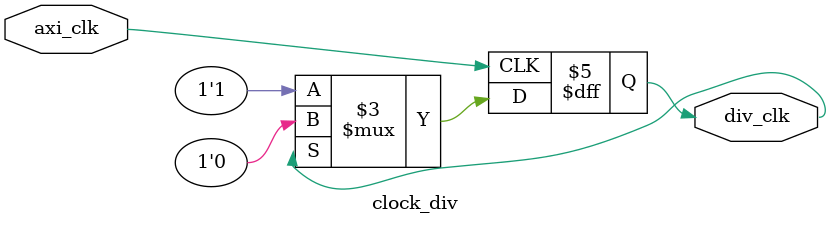
<source format=v>
`timescale 1ns / 1ps

module clock_div(
    input axi_clk,
    output reg div_clk
    );
    
    always @(posedge axi_clk)
    begin
      if (div_clk) begin
        div_clk <= 0;
      end
      else begin
        div_clk <= 1;
      end
    end
endmodule

</source>
